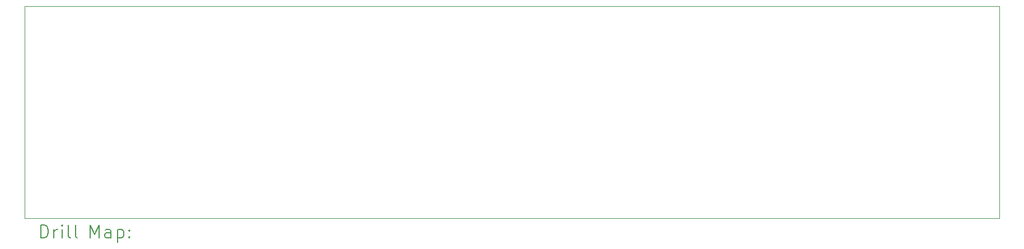
<source format=gbr>
%FSLAX45Y45*%
G04 Gerber Fmt 4.5, Leading zero omitted, Abs format (unit mm)*
G04 Created by KiCad (PCBNEW (6.99.0-2103-gdc6c27b686)) date 2022-06-20 02:17:37*
%MOMM*%
%LPD*%
G01*
G04 APERTURE LIST*
%TA.AperFunction,Profile*%
%ADD10C,0.100000*%
%TD*%
%ADD11C,0.200000*%
G04 APERTURE END LIST*
D10*
X7920000Y-7420000D02*
X22660000Y-7420000D01*
X22660000Y-7420000D02*
X22660000Y-10630000D01*
X22660000Y-10630000D02*
X7920000Y-10630000D01*
X7920000Y-10630000D02*
X7920000Y-7420000D01*
D11*
X8162619Y-10928476D02*
X8162619Y-10728476D01*
X8162619Y-10728476D02*
X8210238Y-10728476D01*
X8210238Y-10728476D02*
X8238809Y-10738000D01*
X8238809Y-10738000D02*
X8257857Y-10757048D01*
X8257857Y-10757048D02*
X8267381Y-10776095D01*
X8267381Y-10776095D02*
X8276905Y-10814190D01*
X8276905Y-10814190D02*
X8276905Y-10842762D01*
X8276905Y-10842762D02*
X8267381Y-10880857D01*
X8267381Y-10880857D02*
X8257857Y-10899905D01*
X8257857Y-10899905D02*
X8238809Y-10918952D01*
X8238809Y-10918952D02*
X8210238Y-10928476D01*
X8210238Y-10928476D02*
X8162619Y-10928476D01*
X8362619Y-10928476D02*
X8362619Y-10795143D01*
X8362619Y-10833238D02*
X8372143Y-10814190D01*
X8372143Y-10814190D02*
X8381667Y-10804667D01*
X8381667Y-10804667D02*
X8400714Y-10795143D01*
X8400714Y-10795143D02*
X8419762Y-10795143D01*
X8486429Y-10928476D02*
X8486429Y-10795143D01*
X8486429Y-10728476D02*
X8476905Y-10738000D01*
X8476905Y-10738000D02*
X8486429Y-10747524D01*
X8486429Y-10747524D02*
X8495952Y-10738000D01*
X8495952Y-10738000D02*
X8486429Y-10728476D01*
X8486429Y-10728476D02*
X8486429Y-10747524D01*
X8610238Y-10928476D02*
X8591190Y-10918952D01*
X8591190Y-10918952D02*
X8581667Y-10899905D01*
X8581667Y-10899905D02*
X8581667Y-10728476D01*
X8715000Y-10928476D02*
X8695952Y-10918952D01*
X8695952Y-10918952D02*
X8686429Y-10899905D01*
X8686429Y-10899905D02*
X8686429Y-10728476D01*
X8911190Y-10928476D02*
X8911190Y-10728476D01*
X8911190Y-10728476D02*
X8977857Y-10871333D01*
X8977857Y-10871333D02*
X9044524Y-10728476D01*
X9044524Y-10728476D02*
X9044524Y-10928476D01*
X9225476Y-10928476D02*
X9225476Y-10823714D01*
X9225476Y-10823714D02*
X9215952Y-10804667D01*
X9215952Y-10804667D02*
X9196905Y-10795143D01*
X9196905Y-10795143D02*
X9158809Y-10795143D01*
X9158809Y-10795143D02*
X9139762Y-10804667D01*
X9225476Y-10918952D02*
X9206429Y-10928476D01*
X9206429Y-10928476D02*
X9158809Y-10928476D01*
X9158809Y-10928476D02*
X9139762Y-10918952D01*
X9139762Y-10918952D02*
X9130238Y-10899905D01*
X9130238Y-10899905D02*
X9130238Y-10880857D01*
X9130238Y-10880857D02*
X9139762Y-10861810D01*
X9139762Y-10861810D02*
X9158809Y-10852286D01*
X9158809Y-10852286D02*
X9206429Y-10852286D01*
X9206429Y-10852286D02*
X9225476Y-10842762D01*
X9320714Y-10795143D02*
X9320714Y-10995143D01*
X9320714Y-10804667D02*
X9339762Y-10795143D01*
X9339762Y-10795143D02*
X9377857Y-10795143D01*
X9377857Y-10795143D02*
X9396905Y-10804667D01*
X9396905Y-10804667D02*
X9406429Y-10814190D01*
X9406429Y-10814190D02*
X9415952Y-10833238D01*
X9415952Y-10833238D02*
X9415952Y-10890381D01*
X9415952Y-10890381D02*
X9406429Y-10909429D01*
X9406429Y-10909429D02*
X9396905Y-10918952D01*
X9396905Y-10918952D02*
X9377857Y-10928476D01*
X9377857Y-10928476D02*
X9339762Y-10928476D01*
X9339762Y-10928476D02*
X9320714Y-10918952D01*
X9501667Y-10909429D02*
X9511190Y-10918952D01*
X9511190Y-10918952D02*
X9501667Y-10928476D01*
X9501667Y-10928476D02*
X9492143Y-10918952D01*
X9492143Y-10918952D02*
X9501667Y-10909429D01*
X9501667Y-10909429D02*
X9501667Y-10928476D01*
X9501667Y-10804667D02*
X9511190Y-10814190D01*
X9511190Y-10814190D02*
X9501667Y-10823714D01*
X9501667Y-10823714D02*
X9492143Y-10814190D01*
X9492143Y-10814190D02*
X9501667Y-10804667D01*
X9501667Y-10804667D02*
X9501667Y-10823714D01*
M02*

</source>
